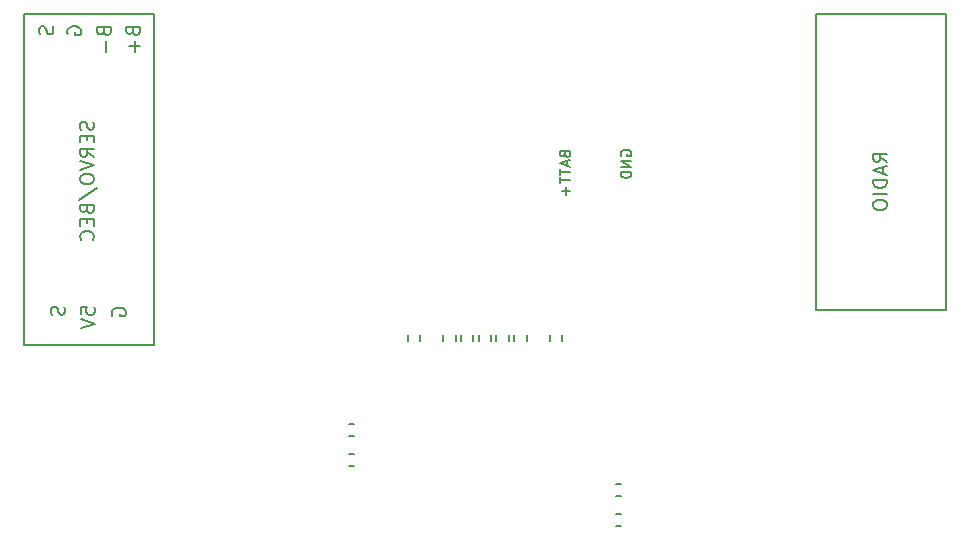
<source format=gbr>
%TF.GenerationSoftware,KiCad,Pcbnew,7.0.2-6a45011f42~172~ubuntu22.04.1*%
%TF.CreationDate,2023-05-30T13:32:28+12:00*%
%TF.ProjectId,THE_BRAWN-20A_POWER_FIXTURE,5448455f-4252-4415-974e-2d3230415f50,v1.0*%
%TF.SameCoordinates,Original*%
%TF.FileFunction,Legend,Bot*%
%TF.FilePolarity,Positive*%
%FSLAX46Y46*%
G04 Gerber Fmt 4.6, Leading zero omitted, Abs format (unit mm)*
G04 Created by KiCad (PCBNEW 7.0.2-6a45011f42~172~ubuntu22.04.1) date 2023-05-30 13:32:28*
%MOMM*%
%LPD*%
G01*
G04 APERTURE LIST*
%ADD10C,0.200000*%
%ADD11C,0.150000*%
G04 APERTURE END LIST*
D10*
X192000000Y-101000000D02*
X192000000Y-129000000D01*
X248000000Y-100999500D02*
X259000000Y-100999500D01*
X248000000Y-125999500D02*
X248000000Y-100999500D01*
X248000000Y-125999500D02*
X259000000Y-125999500D01*
X259000000Y-125999500D02*
X259000000Y-100999500D01*
X181000000Y-101000000D02*
X181000000Y-129000000D01*
X181000000Y-101000000D02*
X192000000Y-101000000D01*
X181000000Y-129000000D02*
X192000000Y-129000000D01*
X254055142Y-113471428D02*
X253483714Y-113071428D01*
X254055142Y-112785714D02*
X252855142Y-112785714D01*
X252855142Y-112785714D02*
X252855142Y-113242857D01*
X252855142Y-113242857D02*
X252912285Y-113357142D01*
X252912285Y-113357142D02*
X252969428Y-113414285D01*
X252969428Y-113414285D02*
X253083714Y-113471428D01*
X253083714Y-113471428D02*
X253255142Y-113471428D01*
X253255142Y-113471428D02*
X253369428Y-113414285D01*
X253369428Y-113414285D02*
X253426571Y-113357142D01*
X253426571Y-113357142D02*
X253483714Y-113242857D01*
X253483714Y-113242857D02*
X253483714Y-112785714D01*
X253712285Y-113928571D02*
X253712285Y-114500000D01*
X254055142Y-113814285D02*
X252855142Y-114214285D01*
X252855142Y-114214285D02*
X254055142Y-114614285D01*
X254055142Y-115014285D02*
X252855142Y-115014285D01*
X252855142Y-115014285D02*
X252855142Y-115299999D01*
X252855142Y-115299999D02*
X252912285Y-115471428D01*
X252912285Y-115471428D02*
X253026571Y-115585713D01*
X253026571Y-115585713D02*
X253140857Y-115642856D01*
X253140857Y-115642856D02*
X253369428Y-115699999D01*
X253369428Y-115699999D02*
X253540857Y-115699999D01*
X253540857Y-115699999D02*
X253769428Y-115642856D01*
X253769428Y-115642856D02*
X253883714Y-115585713D01*
X253883714Y-115585713D02*
X253998000Y-115471428D01*
X253998000Y-115471428D02*
X254055142Y-115299999D01*
X254055142Y-115299999D02*
X254055142Y-115014285D01*
X254055142Y-116214285D02*
X252855142Y-116214285D01*
X252855142Y-117014285D02*
X252855142Y-117242857D01*
X252855142Y-117242857D02*
X252912285Y-117357142D01*
X252912285Y-117357142D02*
X253026571Y-117471428D01*
X253026571Y-117471428D02*
X253255142Y-117528571D01*
X253255142Y-117528571D02*
X253655142Y-117528571D01*
X253655142Y-117528571D02*
X253883714Y-117471428D01*
X253883714Y-117471428D02*
X253998000Y-117357142D01*
X253998000Y-117357142D02*
X254055142Y-117242857D01*
X254055142Y-117242857D02*
X254055142Y-117014285D01*
X254055142Y-117014285D02*
X253998000Y-116900000D01*
X253998000Y-116900000D02*
X253883714Y-116785714D01*
X253883714Y-116785714D02*
X253655142Y-116728571D01*
X253655142Y-116728571D02*
X253255142Y-116728571D01*
X253255142Y-116728571D02*
X253026571Y-116785714D01*
X253026571Y-116785714D02*
X252912285Y-116900000D01*
X252912285Y-116900000D02*
X252855142Y-117014285D01*
X190176571Y-102435714D02*
X190233714Y-102607142D01*
X190233714Y-102607142D02*
X190290857Y-102664285D01*
X190290857Y-102664285D02*
X190405142Y-102721428D01*
X190405142Y-102721428D02*
X190576571Y-102721428D01*
X190576571Y-102721428D02*
X190690857Y-102664285D01*
X190690857Y-102664285D02*
X190748000Y-102607142D01*
X190748000Y-102607142D02*
X190805142Y-102492857D01*
X190805142Y-102492857D02*
X190805142Y-102035714D01*
X190805142Y-102035714D02*
X189605142Y-102035714D01*
X189605142Y-102035714D02*
X189605142Y-102435714D01*
X189605142Y-102435714D02*
X189662285Y-102550000D01*
X189662285Y-102550000D02*
X189719428Y-102607142D01*
X189719428Y-102607142D02*
X189833714Y-102664285D01*
X189833714Y-102664285D02*
X189948000Y-102664285D01*
X189948000Y-102664285D02*
X190062285Y-102607142D01*
X190062285Y-102607142D02*
X190119428Y-102550000D01*
X190119428Y-102550000D02*
X190176571Y-102435714D01*
X190176571Y-102435714D02*
X190176571Y-102035714D01*
X190348000Y-103235714D02*
X190348000Y-104150000D01*
X190805142Y-103692857D02*
X189890857Y-103692857D01*
X188462285Y-126514285D02*
X188405142Y-126400000D01*
X188405142Y-126400000D02*
X188405142Y-126228571D01*
X188405142Y-126228571D02*
X188462285Y-126057142D01*
X188462285Y-126057142D02*
X188576571Y-125942857D01*
X188576571Y-125942857D02*
X188690857Y-125885714D01*
X188690857Y-125885714D02*
X188919428Y-125828571D01*
X188919428Y-125828571D02*
X189090857Y-125828571D01*
X189090857Y-125828571D02*
X189319428Y-125885714D01*
X189319428Y-125885714D02*
X189433714Y-125942857D01*
X189433714Y-125942857D02*
X189548000Y-126057142D01*
X189548000Y-126057142D02*
X189605142Y-126228571D01*
X189605142Y-126228571D02*
X189605142Y-126342857D01*
X189605142Y-126342857D02*
X189548000Y-126514285D01*
X189548000Y-126514285D02*
X189490857Y-126571428D01*
X189490857Y-126571428D02*
X189090857Y-126571428D01*
X189090857Y-126571428D02*
X189090857Y-126342857D01*
D11*
X226744928Y-112857142D02*
X226787785Y-112985714D01*
X226787785Y-112985714D02*
X226830642Y-113028571D01*
X226830642Y-113028571D02*
X226916357Y-113071428D01*
X226916357Y-113071428D02*
X227044928Y-113071428D01*
X227044928Y-113071428D02*
X227130642Y-113028571D01*
X227130642Y-113028571D02*
X227173500Y-112985714D01*
X227173500Y-112985714D02*
X227216357Y-112899999D01*
X227216357Y-112899999D02*
X227216357Y-112557142D01*
X227216357Y-112557142D02*
X226316357Y-112557142D01*
X226316357Y-112557142D02*
X226316357Y-112857142D01*
X226316357Y-112857142D02*
X226359214Y-112942857D01*
X226359214Y-112942857D02*
X226402071Y-112985714D01*
X226402071Y-112985714D02*
X226487785Y-113028571D01*
X226487785Y-113028571D02*
X226573500Y-113028571D01*
X226573500Y-113028571D02*
X226659214Y-112985714D01*
X226659214Y-112985714D02*
X226702071Y-112942857D01*
X226702071Y-112942857D02*
X226744928Y-112857142D01*
X226744928Y-112857142D02*
X226744928Y-112557142D01*
X226959214Y-113414285D02*
X226959214Y-113842857D01*
X227216357Y-113328571D02*
X226316357Y-113628571D01*
X226316357Y-113628571D02*
X227216357Y-113928571D01*
X226316357Y-114100000D02*
X226316357Y-114614286D01*
X227216357Y-114357143D02*
X226316357Y-114357143D01*
X226316357Y-114785714D02*
X226316357Y-115300000D01*
X227216357Y-115042857D02*
X226316357Y-115042857D01*
X226873500Y-115599999D02*
X226873500Y-116285714D01*
X227216357Y-115942856D02*
X226530642Y-115942856D01*
D10*
X187726571Y-102460714D02*
X187783714Y-102632142D01*
X187783714Y-102632142D02*
X187840857Y-102689285D01*
X187840857Y-102689285D02*
X187955142Y-102746428D01*
X187955142Y-102746428D02*
X188126571Y-102746428D01*
X188126571Y-102746428D02*
X188240857Y-102689285D01*
X188240857Y-102689285D02*
X188298000Y-102632142D01*
X188298000Y-102632142D02*
X188355142Y-102517857D01*
X188355142Y-102517857D02*
X188355142Y-102060714D01*
X188355142Y-102060714D02*
X187155142Y-102060714D01*
X187155142Y-102060714D02*
X187155142Y-102460714D01*
X187155142Y-102460714D02*
X187212285Y-102575000D01*
X187212285Y-102575000D02*
X187269428Y-102632142D01*
X187269428Y-102632142D02*
X187383714Y-102689285D01*
X187383714Y-102689285D02*
X187498000Y-102689285D01*
X187498000Y-102689285D02*
X187612285Y-102632142D01*
X187612285Y-102632142D02*
X187669428Y-102575000D01*
X187669428Y-102575000D02*
X187726571Y-102460714D01*
X187726571Y-102460714D02*
X187726571Y-102060714D01*
X187898000Y-103260714D02*
X187898000Y-104175000D01*
X186848000Y-110078571D02*
X186905142Y-110250000D01*
X186905142Y-110250000D02*
X186905142Y-110535714D01*
X186905142Y-110535714D02*
X186848000Y-110650000D01*
X186848000Y-110650000D02*
X186790857Y-110707142D01*
X186790857Y-110707142D02*
X186676571Y-110764285D01*
X186676571Y-110764285D02*
X186562285Y-110764285D01*
X186562285Y-110764285D02*
X186448000Y-110707142D01*
X186448000Y-110707142D02*
X186390857Y-110650000D01*
X186390857Y-110650000D02*
X186333714Y-110535714D01*
X186333714Y-110535714D02*
X186276571Y-110307142D01*
X186276571Y-110307142D02*
X186219428Y-110192857D01*
X186219428Y-110192857D02*
X186162285Y-110135714D01*
X186162285Y-110135714D02*
X186048000Y-110078571D01*
X186048000Y-110078571D02*
X185933714Y-110078571D01*
X185933714Y-110078571D02*
X185819428Y-110135714D01*
X185819428Y-110135714D02*
X185762285Y-110192857D01*
X185762285Y-110192857D02*
X185705142Y-110307142D01*
X185705142Y-110307142D02*
X185705142Y-110592857D01*
X185705142Y-110592857D02*
X185762285Y-110764285D01*
X186276571Y-111278571D02*
X186276571Y-111678571D01*
X186905142Y-111849999D02*
X186905142Y-111278571D01*
X186905142Y-111278571D02*
X185705142Y-111278571D01*
X185705142Y-111278571D02*
X185705142Y-111849999D01*
X186905142Y-113049999D02*
X186333714Y-112649999D01*
X186905142Y-112364285D02*
X185705142Y-112364285D01*
X185705142Y-112364285D02*
X185705142Y-112821428D01*
X185705142Y-112821428D02*
X185762285Y-112935713D01*
X185762285Y-112935713D02*
X185819428Y-112992856D01*
X185819428Y-112992856D02*
X185933714Y-113049999D01*
X185933714Y-113049999D02*
X186105142Y-113049999D01*
X186105142Y-113049999D02*
X186219428Y-112992856D01*
X186219428Y-112992856D02*
X186276571Y-112935713D01*
X186276571Y-112935713D02*
X186333714Y-112821428D01*
X186333714Y-112821428D02*
X186333714Y-112364285D01*
X185705142Y-113392856D02*
X186905142Y-113792856D01*
X186905142Y-113792856D02*
X185705142Y-114192856D01*
X185705142Y-114821427D02*
X185705142Y-115049999D01*
X185705142Y-115049999D02*
X185762285Y-115164284D01*
X185762285Y-115164284D02*
X185876571Y-115278570D01*
X185876571Y-115278570D02*
X186105142Y-115335713D01*
X186105142Y-115335713D02*
X186505142Y-115335713D01*
X186505142Y-115335713D02*
X186733714Y-115278570D01*
X186733714Y-115278570D02*
X186848000Y-115164284D01*
X186848000Y-115164284D02*
X186905142Y-115049999D01*
X186905142Y-115049999D02*
X186905142Y-114821427D01*
X186905142Y-114821427D02*
X186848000Y-114707142D01*
X186848000Y-114707142D02*
X186733714Y-114592856D01*
X186733714Y-114592856D02*
X186505142Y-114535713D01*
X186505142Y-114535713D02*
X186105142Y-114535713D01*
X186105142Y-114535713D02*
X185876571Y-114592856D01*
X185876571Y-114592856D02*
X185762285Y-114707142D01*
X185762285Y-114707142D02*
X185705142Y-114821427D01*
X185648000Y-116707142D02*
X187190857Y-115678570D01*
X186276571Y-117507142D02*
X186333714Y-117678570D01*
X186333714Y-117678570D02*
X186390857Y-117735713D01*
X186390857Y-117735713D02*
X186505142Y-117792856D01*
X186505142Y-117792856D02*
X186676571Y-117792856D01*
X186676571Y-117792856D02*
X186790857Y-117735713D01*
X186790857Y-117735713D02*
X186848000Y-117678570D01*
X186848000Y-117678570D02*
X186905142Y-117564285D01*
X186905142Y-117564285D02*
X186905142Y-117107142D01*
X186905142Y-117107142D02*
X185705142Y-117107142D01*
X185705142Y-117107142D02*
X185705142Y-117507142D01*
X185705142Y-117507142D02*
X185762285Y-117621428D01*
X185762285Y-117621428D02*
X185819428Y-117678570D01*
X185819428Y-117678570D02*
X185933714Y-117735713D01*
X185933714Y-117735713D02*
X186048000Y-117735713D01*
X186048000Y-117735713D02*
X186162285Y-117678570D01*
X186162285Y-117678570D02*
X186219428Y-117621428D01*
X186219428Y-117621428D02*
X186276571Y-117507142D01*
X186276571Y-117507142D02*
X186276571Y-117107142D01*
X186276571Y-118307142D02*
X186276571Y-118707142D01*
X186905142Y-118878570D02*
X186905142Y-118307142D01*
X186905142Y-118307142D02*
X185705142Y-118307142D01*
X185705142Y-118307142D02*
X185705142Y-118878570D01*
X186790857Y-120078570D02*
X186848000Y-120021427D01*
X186848000Y-120021427D02*
X186905142Y-119849999D01*
X186905142Y-119849999D02*
X186905142Y-119735713D01*
X186905142Y-119735713D02*
X186848000Y-119564284D01*
X186848000Y-119564284D02*
X186733714Y-119449999D01*
X186733714Y-119449999D02*
X186619428Y-119392856D01*
X186619428Y-119392856D02*
X186390857Y-119335713D01*
X186390857Y-119335713D02*
X186219428Y-119335713D01*
X186219428Y-119335713D02*
X185990857Y-119392856D01*
X185990857Y-119392856D02*
X185876571Y-119449999D01*
X185876571Y-119449999D02*
X185762285Y-119564284D01*
X185762285Y-119564284D02*
X185705142Y-119735713D01*
X185705142Y-119735713D02*
X185705142Y-119849999D01*
X185705142Y-119849999D02*
X185762285Y-120021427D01*
X185762285Y-120021427D02*
X185819428Y-120078570D01*
X184687285Y-102689285D02*
X184630142Y-102575000D01*
X184630142Y-102575000D02*
X184630142Y-102403571D01*
X184630142Y-102403571D02*
X184687285Y-102232142D01*
X184687285Y-102232142D02*
X184801571Y-102117857D01*
X184801571Y-102117857D02*
X184915857Y-102060714D01*
X184915857Y-102060714D02*
X185144428Y-102003571D01*
X185144428Y-102003571D02*
X185315857Y-102003571D01*
X185315857Y-102003571D02*
X185544428Y-102060714D01*
X185544428Y-102060714D02*
X185658714Y-102117857D01*
X185658714Y-102117857D02*
X185773000Y-102232142D01*
X185773000Y-102232142D02*
X185830142Y-102403571D01*
X185830142Y-102403571D02*
X185830142Y-102517857D01*
X185830142Y-102517857D02*
X185773000Y-102689285D01*
X185773000Y-102689285D02*
X185715857Y-102746428D01*
X185715857Y-102746428D02*
X185315857Y-102746428D01*
X185315857Y-102746428D02*
X185315857Y-102517857D01*
X184398000Y-125753571D02*
X184455142Y-125925000D01*
X184455142Y-125925000D02*
X184455142Y-126210714D01*
X184455142Y-126210714D02*
X184398000Y-126325000D01*
X184398000Y-126325000D02*
X184340857Y-126382142D01*
X184340857Y-126382142D02*
X184226571Y-126439285D01*
X184226571Y-126439285D02*
X184112285Y-126439285D01*
X184112285Y-126439285D02*
X183998000Y-126382142D01*
X183998000Y-126382142D02*
X183940857Y-126325000D01*
X183940857Y-126325000D02*
X183883714Y-126210714D01*
X183883714Y-126210714D02*
X183826571Y-125982142D01*
X183826571Y-125982142D02*
X183769428Y-125867857D01*
X183769428Y-125867857D02*
X183712285Y-125810714D01*
X183712285Y-125810714D02*
X183598000Y-125753571D01*
X183598000Y-125753571D02*
X183483714Y-125753571D01*
X183483714Y-125753571D02*
X183369428Y-125810714D01*
X183369428Y-125810714D02*
X183312285Y-125867857D01*
X183312285Y-125867857D02*
X183255142Y-125982142D01*
X183255142Y-125982142D02*
X183255142Y-126267857D01*
X183255142Y-126267857D02*
X183312285Y-126439285D01*
D11*
X231534214Y-112967857D02*
X231491357Y-112882143D01*
X231491357Y-112882143D02*
X231491357Y-112753571D01*
X231491357Y-112753571D02*
X231534214Y-112625000D01*
X231534214Y-112625000D02*
X231619928Y-112539285D01*
X231619928Y-112539285D02*
X231705642Y-112496428D01*
X231705642Y-112496428D02*
X231877071Y-112453571D01*
X231877071Y-112453571D02*
X232005642Y-112453571D01*
X232005642Y-112453571D02*
X232177071Y-112496428D01*
X232177071Y-112496428D02*
X232262785Y-112539285D01*
X232262785Y-112539285D02*
X232348500Y-112625000D01*
X232348500Y-112625000D02*
X232391357Y-112753571D01*
X232391357Y-112753571D02*
X232391357Y-112839285D01*
X232391357Y-112839285D02*
X232348500Y-112967857D01*
X232348500Y-112967857D02*
X232305642Y-113010714D01*
X232305642Y-113010714D02*
X232005642Y-113010714D01*
X232005642Y-113010714D02*
X232005642Y-112839285D01*
X232391357Y-113396428D02*
X231491357Y-113396428D01*
X231491357Y-113396428D02*
X232391357Y-113910714D01*
X232391357Y-113910714D02*
X231491357Y-113910714D01*
X232391357Y-114339285D02*
X231491357Y-114339285D01*
X231491357Y-114339285D02*
X231491357Y-114553571D01*
X231491357Y-114553571D02*
X231534214Y-114682142D01*
X231534214Y-114682142D02*
X231619928Y-114767857D01*
X231619928Y-114767857D02*
X231705642Y-114810714D01*
X231705642Y-114810714D02*
X231877071Y-114853571D01*
X231877071Y-114853571D02*
X232005642Y-114853571D01*
X232005642Y-114853571D02*
X232177071Y-114810714D01*
X232177071Y-114810714D02*
X232262785Y-114767857D01*
X232262785Y-114767857D02*
X232348500Y-114682142D01*
X232348500Y-114682142D02*
X232391357Y-114553571D01*
X232391357Y-114553571D02*
X232391357Y-114339285D01*
D10*
X185780142Y-126382142D02*
X185780142Y-125810714D01*
X185780142Y-125810714D02*
X186351571Y-125753571D01*
X186351571Y-125753571D02*
X186294428Y-125810714D01*
X186294428Y-125810714D02*
X186237285Y-125925000D01*
X186237285Y-125925000D02*
X186237285Y-126210714D01*
X186237285Y-126210714D02*
X186294428Y-126325000D01*
X186294428Y-126325000D02*
X186351571Y-126382142D01*
X186351571Y-126382142D02*
X186465857Y-126439285D01*
X186465857Y-126439285D02*
X186751571Y-126439285D01*
X186751571Y-126439285D02*
X186865857Y-126382142D01*
X186865857Y-126382142D02*
X186923000Y-126325000D01*
X186923000Y-126325000D02*
X186980142Y-126210714D01*
X186980142Y-126210714D02*
X186980142Y-125925000D01*
X186980142Y-125925000D02*
X186923000Y-125810714D01*
X186923000Y-125810714D02*
X186865857Y-125753571D01*
X185780142Y-126782142D02*
X186980142Y-127182142D01*
X186980142Y-127182142D02*
X185780142Y-127582142D01*
X183398000Y-102003571D02*
X183455142Y-102175000D01*
X183455142Y-102175000D02*
X183455142Y-102460714D01*
X183455142Y-102460714D02*
X183398000Y-102575000D01*
X183398000Y-102575000D02*
X183340857Y-102632142D01*
X183340857Y-102632142D02*
X183226571Y-102689285D01*
X183226571Y-102689285D02*
X183112285Y-102689285D01*
X183112285Y-102689285D02*
X182998000Y-102632142D01*
X182998000Y-102632142D02*
X182940857Y-102575000D01*
X182940857Y-102575000D02*
X182883714Y-102460714D01*
X182883714Y-102460714D02*
X182826571Y-102232142D01*
X182826571Y-102232142D02*
X182769428Y-102117857D01*
X182769428Y-102117857D02*
X182712285Y-102060714D01*
X182712285Y-102060714D02*
X182598000Y-102003571D01*
X182598000Y-102003571D02*
X182483714Y-102003571D01*
X182483714Y-102003571D02*
X182369428Y-102060714D01*
X182369428Y-102060714D02*
X182312285Y-102117857D01*
X182312285Y-102117857D02*
X182255142Y-102232142D01*
X182255142Y-102232142D02*
X182255142Y-102517857D01*
X182255142Y-102517857D02*
X182312285Y-102689285D01*
D11*
%TO.C,R8*%
X220522500Y-128637258D02*
X220522500Y-128162742D01*
X219477500Y-128637258D02*
X219477500Y-128162742D01*
%TO.C,R3*%
X219022500Y-128637258D02*
X219022500Y-128162742D01*
X217977500Y-128637258D02*
X217977500Y-128162742D01*
%TO.C,R14*%
X231062742Y-140757500D02*
X231537258Y-140757500D01*
X231062742Y-141802500D02*
X231537258Y-141802500D01*
%TO.C,R1*%
X208462742Y-135677500D02*
X208937258Y-135677500D01*
X208462742Y-136722500D02*
X208937258Y-136722500D01*
%TO.C,R10*%
X225477500Y-128637258D02*
X225477500Y-128162742D01*
X226522500Y-128637258D02*
X226522500Y-128162742D01*
%TO.C,R11*%
X222022500Y-128637258D02*
X222022500Y-128162742D01*
X220977500Y-128637258D02*
X220977500Y-128162742D01*
%TO.C,R4*%
X213477500Y-128637258D02*
X213477500Y-128162742D01*
X214522500Y-128637258D02*
X214522500Y-128162742D01*
%TO.C,R15*%
X231062742Y-143297500D02*
X231537258Y-143297500D01*
X231062742Y-144342500D02*
X231537258Y-144342500D01*
%TO.C,R7*%
X217522500Y-128637258D02*
X217522500Y-128162742D01*
X216477500Y-128637258D02*
X216477500Y-128162742D01*
%TO.C,R9*%
X223522500Y-128637258D02*
X223522500Y-128162742D01*
X222477500Y-128637258D02*
X222477500Y-128162742D01*
%TO.C,R2*%
X208462742Y-138217500D02*
X208937258Y-138217500D01*
X208462742Y-139262500D02*
X208937258Y-139262500D01*
%TD*%
M02*

</source>
